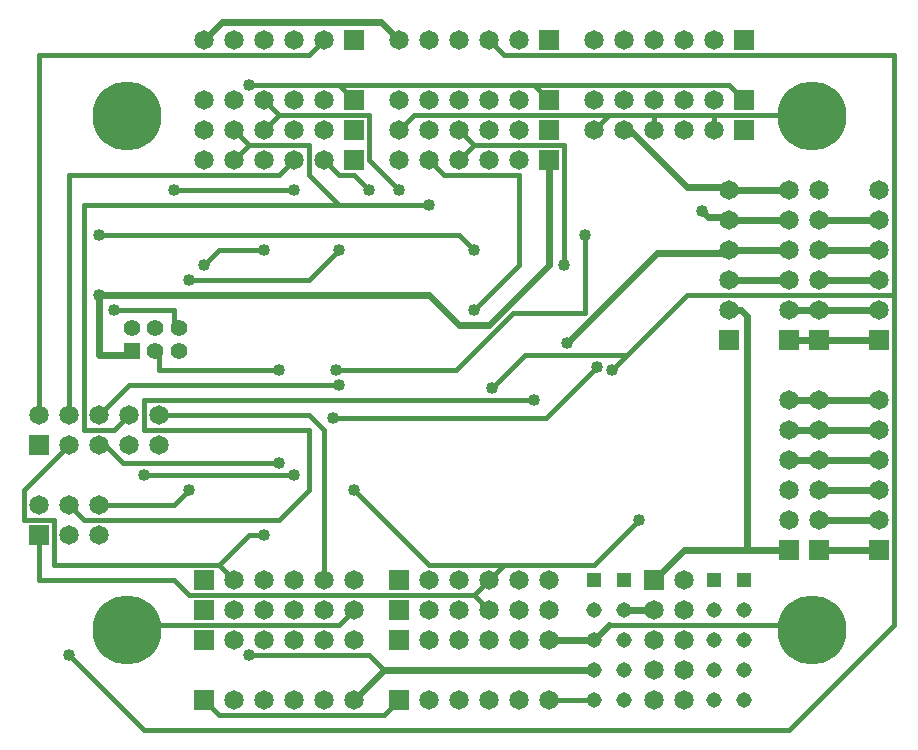
<source format=gbl>
G75*
G70*
%OFA0B0*%
%FSLAX24Y24*%
%IPPOS*%
%LPD*%
%AMOC8*
5,1,8,0,0,1.08239X$1,22.5*
%
%ADD10C,0.2300*%
%ADD11R,0.0650X0.0650*%
%ADD12C,0.0650*%
%ADD13R,0.0554X0.0554*%
%ADD14C,0.0554*%
%ADD15R,0.0515X0.0515*%
%ADD16C,0.0515*%
%ADD17C,0.0240*%
%ADD18C,0.0160*%
%ADD19C,0.0400*%
D10*
X009806Y005739D03*
X032636Y005739D03*
X032636Y022869D03*
X009806Y022869D03*
D11*
X017366Y022399D03*
X017366Y023399D03*
X017366Y025399D03*
X017366Y021399D03*
X023866Y021399D03*
X023866Y022399D03*
X023866Y023399D03*
X023866Y025399D03*
X030366Y025399D03*
X030366Y023399D03*
X030366Y022399D03*
X029866Y015399D03*
X031866Y015399D03*
X032866Y015399D03*
X034866Y015399D03*
X034866Y008399D03*
X032866Y008399D03*
X031866Y008399D03*
X027366Y007399D03*
X018866Y007399D03*
X018866Y006399D03*
X018866Y005399D03*
X018866Y003399D03*
X012366Y003399D03*
X012366Y005399D03*
X012366Y006399D03*
X012366Y007399D03*
X006866Y008899D03*
X006866Y011899D03*
D12*
X007866Y011899D03*
X008866Y011899D03*
X009866Y011899D03*
X010866Y011899D03*
X010866Y012899D03*
X009866Y012899D03*
X008866Y012899D03*
X007866Y012899D03*
X006866Y012899D03*
X006866Y009899D03*
X007866Y009899D03*
X008866Y009899D03*
X008866Y008899D03*
X007866Y008899D03*
X013366Y007399D03*
X014366Y007399D03*
X015366Y007399D03*
X016366Y007399D03*
X017366Y007399D03*
X017366Y006399D03*
X016366Y006399D03*
X015366Y006399D03*
X014366Y006399D03*
X013366Y006399D03*
X013366Y005399D03*
X014366Y005399D03*
X015366Y005399D03*
X016366Y005399D03*
X017366Y005399D03*
X019866Y005399D03*
X020866Y005399D03*
X021866Y005399D03*
X022866Y005399D03*
X023866Y005399D03*
X023866Y006399D03*
X022866Y006399D03*
X022866Y007399D03*
X023866Y007399D03*
X021866Y007399D03*
X020866Y007399D03*
X019866Y007399D03*
X019866Y006399D03*
X020866Y006399D03*
X021866Y006399D03*
X021866Y003399D03*
X020866Y003399D03*
X019866Y003399D03*
X017366Y003399D03*
X016366Y003399D03*
X015366Y003399D03*
X014366Y003399D03*
X013366Y003399D03*
X022866Y003399D03*
X023866Y003399D03*
X027366Y003399D03*
X028366Y003399D03*
X028366Y004399D03*
X028366Y005399D03*
X027366Y005399D03*
X027366Y004399D03*
X027366Y006399D03*
X028366Y006399D03*
X028366Y007399D03*
X031866Y009399D03*
X032866Y009399D03*
X032866Y010399D03*
X032866Y011399D03*
X031866Y011399D03*
X031866Y010399D03*
X031866Y012399D03*
X031866Y013399D03*
X032866Y013399D03*
X032866Y012399D03*
X034866Y012399D03*
X034866Y013399D03*
X034866Y011399D03*
X034866Y010399D03*
X034866Y009399D03*
X034866Y016399D03*
X034866Y017399D03*
X034866Y018399D03*
X034866Y019399D03*
X034866Y020399D03*
X032866Y020399D03*
X031866Y020399D03*
X031866Y019399D03*
X032866Y019399D03*
X032866Y018399D03*
X031866Y018399D03*
X031866Y017399D03*
X032866Y017399D03*
X032866Y016399D03*
X031866Y016399D03*
X029866Y016399D03*
X029866Y017399D03*
X029866Y018399D03*
X029866Y019399D03*
X029866Y020399D03*
X029366Y022399D03*
X028366Y022399D03*
X028366Y023399D03*
X029366Y023399D03*
X027366Y023399D03*
X026366Y023399D03*
X025366Y023399D03*
X025366Y022399D03*
X026366Y022399D03*
X027366Y022399D03*
X027366Y025399D03*
X026366Y025399D03*
X025366Y025399D03*
X022866Y025399D03*
X021866Y025399D03*
X020866Y025399D03*
X019866Y025399D03*
X018866Y025399D03*
X016366Y025399D03*
X015366Y025399D03*
X014366Y025399D03*
X013366Y025399D03*
X012366Y025399D03*
X012366Y023399D03*
X013366Y023399D03*
X014366Y023399D03*
X015366Y023399D03*
X016366Y023399D03*
X016366Y022399D03*
X015366Y022399D03*
X014366Y022399D03*
X013366Y022399D03*
X012366Y022399D03*
X012366Y021399D03*
X013366Y021399D03*
X014366Y021399D03*
X015366Y021399D03*
X016366Y021399D03*
X018866Y021399D03*
X019866Y021399D03*
X020866Y021399D03*
X021866Y021399D03*
X022866Y021399D03*
X022866Y022399D03*
X022866Y023399D03*
X021866Y023399D03*
X020866Y023399D03*
X019866Y023399D03*
X018866Y023399D03*
X018866Y022399D03*
X019866Y022399D03*
X020866Y022399D03*
X021866Y022399D03*
X028366Y025399D03*
X029366Y025399D03*
D13*
X009948Y015015D03*
D14*
X010736Y015015D03*
X011523Y015015D03*
X011523Y015802D03*
X010736Y015802D03*
X009948Y015802D03*
D15*
X025366Y007399D03*
X026366Y007399D03*
X029366Y007399D03*
X030366Y007399D03*
D16*
X030366Y006399D03*
X029366Y006399D03*
X029366Y005399D03*
X030366Y005399D03*
X030366Y004399D03*
X029366Y004399D03*
X029366Y003399D03*
X030366Y003399D03*
X026366Y003399D03*
X025366Y003399D03*
X025366Y004399D03*
X025366Y005399D03*
X026366Y005399D03*
X026366Y004399D03*
X026366Y006399D03*
X025366Y006399D03*
D17*
X025866Y005899D02*
X025366Y005399D01*
X023866Y005399D01*
X025366Y004399D02*
X018366Y004399D01*
X017366Y003399D01*
X026366Y006399D02*
X027366Y006399D01*
X027366Y007399D02*
X028366Y008399D01*
X030466Y008399D01*
X030466Y016199D01*
X030266Y016399D01*
X029866Y016399D01*
X029866Y017399D02*
X031866Y017399D01*
X032866Y017399D02*
X034866Y017399D01*
X034866Y016399D02*
X032866Y016399D01*
X031866Y016399D01*
X031866Y015399D02*
X032866Y015399D01*
X034866Y015399D01*
X034866Y013399D02*
X032866Y013399D01*
X031866Y013399D01*
X031866Y012399D02*
X032866Y012399D01*
X034866Y012399D01*
X034866Y011399D02*
X032866Y011399D01*
X031866Y011399D01*
X032866Y010399D02*
X034866Y010399D01*
X034866Y009399D02*
X032866Y009399D01*
X032866Y008399D02*
X034866Y008399D01*
X031866Y008399D02*
X030466Y008399D01*
X031866Y005899D02*
X032636Y005739D01*
X024466Y015299D02*
X027466Y018299D01*
X029566Y018299D01*
X029866Y018399D01*
X031866Y018399D01*
X031866Y019399D02*
X029866Y019399D01*
X029566Y019499D01*
X029166Y019499D01*
X028966Y019699D01*
X028466Y020499D02*
X029566Y020499D01*
X029866Y020399D01*
X031866Y020399D01*
X032866Y019399D02*
X034866Y019399D01*
X034866Y018399D02*
X032866Y018399D01*
X028466Y020499D02*
X026666Y022299D01*
X026366Y022399D01*
X023866Y021399D02*
X023866Y017899D01*
X021866Y015899D01*
X020866Y015899D01*
X019866Y016899D01*
X008866Y016899D01*
X008866Y014899D01*
X009866Y014899D01*
X009948Y015015D01*
X012366Y025399D02*
X012966Y025999D01*
X018266Y025999D01*
X018866Y025399D01*
D18*
X016866Y023899D02*
X023366Y023899D01*
X029866Y023899D01*
X030366Y023399D01*
X029366Y022899D02*
X029366Y022399D01*
X029366Y022899D02*
X027366Y022899D01*
X027366Y022399D01*
X027366Y022899D02*
X025866Y022899D01*
X019366Y022899D01*
X018866Y022399D01*
X017866Y022899D02*
X014866Y022899D01*
X014366Y022399D01*
X014866Y022899D02*
X014366Y023399D01*
X013866Y023899D02*
X016866Y023899D01*
X017366Y023399D01*
X017866Y022899D02*
X017866Y021399D01*
X018866Y020399D01*
X019866Y019899D02*
X016866Y019899D01*
X008366Y019899D01*
X008366Y012399D01*
X009366Y012399D01*
X009866Y012899D01*
X010366Y013399D02*
X023366Y013399D01*
X023766Y012799D02*
X016666Y012799D01*
X016366Y012399D02*
X016366Y007399D01*
X017366Y006399D02*
X016866Y005899D01*
X010866Y005899D01*
X009806Y005739D01*
X007866Y004899D02*
X010366Y002399D01*
X031866Y002399D01*
X035366Y005899D01*
X035366Y016899D01*
X028466Y016899D01*
X026416Y014849D01*
X026366Y014899D01*
X023066Y014899D01*
X021966Y013799D01*
X020766Y014399D02*
X016766Y014399D01*
X016866Y013899D02*
X009866Y013899D01*
X008866Y012899D01*
X007866Y012899D02*
X007866Y020899D01*
X014866Y020899D01*
X015366Y021399D01*
X015866Y020899D02*
X015866Y021899D01*
X013866Y021899D01*
X013366Y021399D01*
X013866Y021899D02*
X013366Y022399D01*
X015866Y020899D02*
X016866Y019899D01*
X017366Y020899D02*
X017866Y020399D01*
X017366Y020899D02*
X016866Y020899D01*
X016366Y021399D01*
X015366Y020399D02*
X011366Y020399D01*
X008866Y018899D02*
X020866Y018899D01*
X021366Y018399D01*
X022866Y017899D02*
X022866Y020899D01*
X020366Y020899D01*
X019866Y021399D01*
X020866Y021399D02*
X021366Y021899D01*
X020866Y022399D01*
X021366Y021899D02*
X024366Y021899D01*
X024366Y017899D01*
X025066Y018899D02*
X025066Y016299D01*
X022666Y016299D01*
X020766Y014399D01*
X021366Y016399D02*
X022866Y017899D01*
X025966Y014399D02*
X026416Y014849D01*
X025466Y014499D02*
X023766Y012799D01*
X026866Y009399D02*
X025366Y007899D01*
X022366Y007899D01*
X019866Y007899D01*
X017366Y010399D01*
X015866Y010399D02*
X015866Y012399D01*
X010366Y012399D01*
X010366Y013399D01*
X010866Y012899D02*
X015866Y012899D01*
X016366Y012399D01*
X014866Y011299D02*
X009666Y011299D01*
X009166Y011799D01*
X008866Y011899D01*
X007866Y011899D02*
X006366Y010399D01*
X006366Y009399D01*
X007366Y009399D01*
X007366Y007899D01*
X012866Y007899D01*
X013866Y008899D01*
X014366Y008899D01*
X014866Y009399D02*
X015866Y010399D01*
X015366Y010899D02*
X010366Y010899D01*
X011366Y009899D02*
X008866Y009899D01*
X008366Y009399D02*
X014866Y009399D01*
X012866Y007899D02*
X013366Y007399D01*
X011866Y006899D02*
X021366Y006899D01*
X021866Y006399D01*
X021366Y006899D02*
X021866Y007399D01*
X022366Y007899D01*
X025866Y005899D02*
X031866Y005899D01*
X025366Y003399D02*
X023866Y003399D01*
X018866Y003399D02*
X018366Y002899D01*
X012866Y002899D01*
X012366Y003399D01*
X013866Y004899D02*
X017866Y004899D01*
X018366Y004399D01*
X011866Y006899D02*
X011366Y007399D01*
X006866Y007399D01*
X006866Y008899D01*
X007866Y009899D02*
X008366Y009399D01*
X011366Y009899D02*
X011866Y010399D01*
X006866Y012899D02*
X006866Y024899D01*
X015866Y024899D01*
X016366Y025399D01*
X021866Y025399D02*
X022366Y024899D01*
X035366Y024899D01*
X035366Y016899D01*
X032636Y022869D02*
X031866Y022899D01*
X029366Y022899D01*
X025866Y022899D02*
X025366Y022399D01*
X023866Y023399D02*
X023366Y023899D01*
X016866Y018399D02*
X015866Y017399D01*
X011866Y017399D01*
X012366Y017899D02*
X012866Y018399D01*
X014366Y018399D01*
X011366Y016399D02*
X009366Y016399D01*
X010736Y015015D02*
X010866Y014899D01*
X010866Y014399D01*
X014866Y014399D01*
X011523Y015802D02*
X011366Y015899D01*
X011366Y016399D01*
D19*
X007866Y004899D03*
X013866Y004899D03*
X014366Y008899D03*
X015366Y010899D03*
X014866Y011299D03*
X016666Y012799D03*
X016866Y013899D03*
X016766Y014399D03*
X014866Y014399D03*
X011866Y017399D03*
X012366Y017899D03*
X014366Y018399D03*
X016866Y018399D03*
X017866Y020399D03*
X018866Y020399D03*
X019866Y019899D03*
X021366Y018399D03*
X021366Y016399D03*
X024466Y015299D03*
X025466Y014499D03*
X025966Y014399D03*
X023366Y013399D03*
X021966Y013799D03*
X017366Y010399D03*
X011866Y010399D03*
X010366Y010899D03*
X009366Y016399D03*
X008866Y016899D03*
X008866Y018899D03*
X011366Y020399D03*
X015366Y020399D03*
X013866Y023899D03*
X024366Y017899D03*
X025066Y018899D03*
X028966Y019699D03*
X026866Y009399D03*
M02*

</source>
